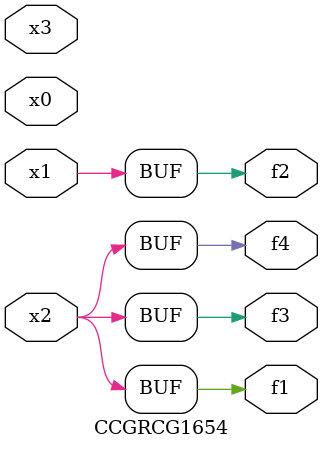
<source format=v>
module CCGRCG1654(
	input x0, x1, x2, x3,
	output f1, f2, f3, f4
);
	assign f1 = x2;
	assign f2 = x1;
	assign f3 = x2;
	assign f4 = x2;
endmodule

</source>
